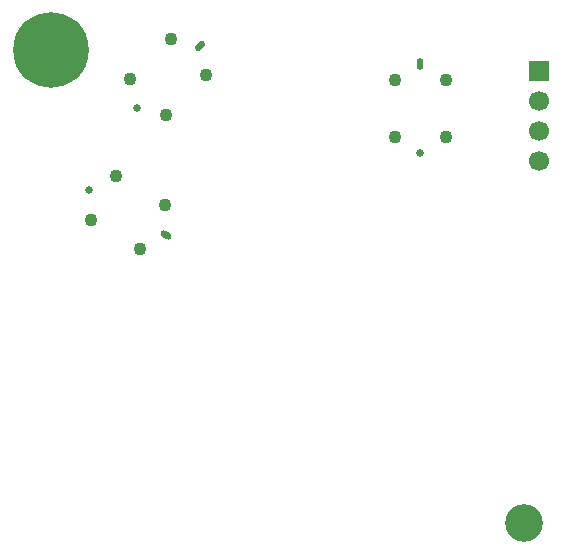
<source format=gbr>
%TF.GenerationSoftware,KiCad,Pcbnew,9.0.6*%
%TF.CreationDate,2025-11-26T00:28:20+08:00*%
%TF.ProjectId,gerber,67657262-6572-42e6-9b69-6361645f7063,rev?*%
%TF.SameCoordinates,Original*%
%TF.FileFunction,Soldermask,Bot*%
%TF.FilePolarity,Negative*%
%FSLAX46Y46*%
G04 Gerber Fmt 4.6, Leading zero omitted, Abs format (unit mm)*
G04 Created by KiCad (PCBNEW 9.0.6) date 2025-11-26 00:28:20*
%MOMM*%
%LPD*%
G01*
G04 APERTURE LIST*
G04 Aperture macros list*
%AMHorizOval*
0 Thick line with rounded ends*
0 $1 width*
0 $2 $3 position (X,Y) of the first rounded end (center of the circle)*
0 $4 $5 position (X,Y) of the second rounded end (center of the circle)*
0 Add line between two ends*
20,1,$1,$2,$3,$4,$5,0*
0 Add two circle primitives to create the rounded ends*
1,1,$1,$2,$3*
1,1,$1,$4,$5*%
G04 Aperture macros list end*
%ADD10R,1.700000X1.700000*%
%ADD11C,1.700000*%
%ADD12C,0.660000*%
%ADD13O,0.580000X1.000000*%
%ADD14C,1.100000*%
%ADD15HorizOval,0.580000X0.148492X0.148492X-0.148492X-0.148492X0*%
%ADD16HorizOval,0.580000X0.181865X-0.105000X-0.181865X0.105000X0*%
%ADD17C,3.200000*%
%ADD18C,6.400000*%
G04 APERTURE END LIST*
D10*
%TO.C,J2*%
X146289340Y-106736194D03*
D11*
X146289340Y-109276194D03*
X146289340Y-111816194D03*
X146289340Y-114356194D03*
%TD*%
D12*
%TO.C,J1*%
X136259340Y-113646194D03*
D13*
X136259340Y-106146194D03*
D14*
X134109340Y-112296194D03*
X138409340Y-112296194D03*
X134109340Y-107496194D03*
X138409340Y-107496194D03*
%TD*%
D12*
%TO.C,J3*%
X112276700Y-109903300D03*
D15*
X117580000Y-104600000D03*
D14*
X111711014Y-107428427D03*
X114751573Y-110468986D03*
X115105127Y-104034314D03*
X118145686Y-107074873D03*
%TD*%
D12*
%TO.C,J4*%
X108239182Y-116842336D03*
D16*
X114734372Y-120592336D03*
D14*
X110483316Y-115655381D03*
X108333317Y-119379290D03*
X114640237Y-118055382D03*
X112490238Y-121779291D03*
%TD*%
D17*
%TO.C,H1*%
X145000000Y-145000000D03*
%TD*%
D18*
%TO.C,H2*%
X105000000Y-105000000D03*
%TD*%
M02*

</source>
